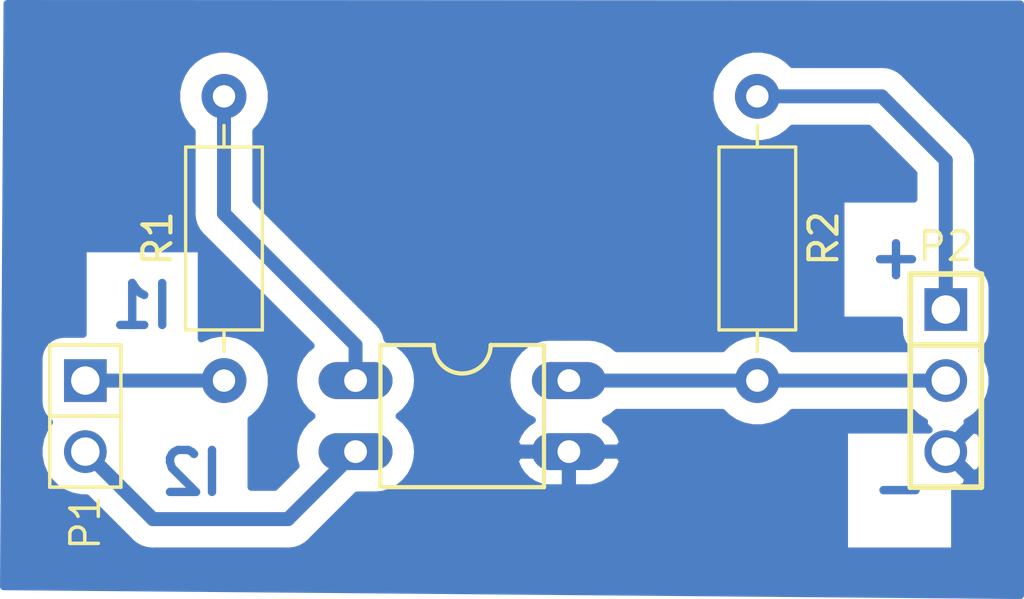
<source format=kicad_pcb>
(kicad_pcb (version 20171130) (host pcbnew "(5.1.9)-1")

  (general
    (thickness 1.6)
    (drawings 4)
    (tracks 13)
    (zones 0)
    (modules 5)
    (nets 7)
  )

  (page A4)
  (layers
    (0 F.Cu signal hide)
    (31 B.Cu signal)
    (32 B.Adhes user hide)
    (33 F.Adhes user hide)
    (34 B.Paste user hide)
    (35 F.Paste user hide)
    (36 B.SilkS user hide)
    (37 F.SilkS user)
    (38 B.Mask user hide)
    (39 F.Mask user hide)
    (40 Dwgs.User user hide)
    (41 Cmts.User user hide)
    (42 Eco1.User user hide)
    (43 Eco2.User user hide)
    (44 Edge.Cuts user)
    (45 Margin user)
    (46 B.CrtYd user)
    (47 F.CrtYd user)
    (48 B.Fab user hide)
    (49 F.Fab user hide)
  )

  (setup
    (last_trace_width 0.25)
    (user_trace_width 0.5)
    (trace_clearance 0.2)
    (zone_clearance 0.762)
    (zone_45_only no)
    (trace_min 0.2)
    (via_size 0.8)
    (via_drill 0.4)
    (via_min_size 0.4)
    (via_min_drill 0.3)
    (uvia_size 0.3)
    (uvia_drill 0.1)
    (uvias_allowed no)
    (uvia_min_size 0.2)
    (uvia_min_drill 0.1)
    (edge_width 0.05)
    (segment_width 0.2)
    (pcb_text_width 0.3)
    (pcb_text_size 1.5 1.5)
    (mod_edge_width 0.12)
    (mod_text_size 1 1)
    (mod_text_width 0.15)
    (pad_size 1.524 1.524)
    (pad_drill 0.762)
    (pad_to_mask_clearance 0)
    (aux_axis_origin 0 0)
    (visible_elements 7FFFFFFF)
    (pcbplotparams
      (layerselection 0x010fc_ffffffff)
      (usegerberextensions false)
      (usegerberattributes true)
      (usegerberadvancedattributes true)
      (creategerberjobfile true)
      (excludeedgelayer true)
      (linewidth 0.100000)
      (plotframeref false)
      (viasonmask false)
      (mode 1)
      (useauxorigin false)
      (hpglpennumber 1)
      (hpglpenspeed 20)
      (hpglpendiameter 15.000000)
      (psnegative false)
      (psa4output false)
      (plotreference true)
      (plotvalue true)
      (plotinvisibletext false)
      (padsonsilk false)
      (subtractmaskfromsilk false)
      (outputformat 1)
      (mirror false)
      (drillshape 1)
      (scaleselection 1)
      (outputdirectory ""))
  )

  (net 0 "")
  (net 1 "Net-(OK1-Pad1)")
  (net 2 "Net-(OK1-Pad2)")
  (net 3 "Net-(OK1-Pad4)")
  (net 4 "Net-(P1-Pad1)")
  (net 5 /GND)
  (net 6 /3V3)

  (net_class Default "This is the default net class."
    (clearance 0.2)
    (trace_width 0.25)
    (via_dia 0.8)
    (via_drill 0.4)
    (uvia_dia 0.3)
    (uvia_drill 0.1)
    (add_net /3V3)
    (add_net /GND)
    (add_net "Net-(OK1-Pad1)")
    (add_net "Net-(OK1-Pad2)")
    (add_net "Net-(OK1-Pad4)")
    (add_net "Net-(P1-Pad1)")
  )

  (module PC814:DIL04 (layer F.Cu) (tedit 60227CC4) (tstamp 602569D9)
    (at 103.505 135.001 270)
    (descr "<b>Dual In Line Package</b>")
    (path /60258C89)
    (fp_text reference OK1 (at -0.127 -0.254 270) (layer F.SilkS) hide
      (effects (font (size 1.000126 1.000126) (thickness 0.015)))
    )
    (fp_text value PC814 (at 3.559965 -0.254275 270) (layer F.Fab)
      (effects (font (size 1.00111 1.00111) (thickness 0.015)))
    )
    (fp_line (start -2.54 2.921) (end -2.54 1.016) (layer F.SilkS) (width 0.1524))
    (fp_line (start -2.54 -2.921) (end -2.54 -1.016) (layer F.SilkS) (width 0.1524))
    (fp_line (start 2.54 -2.921) (end 2.54 2.921) (layer F.SilkS) (width 0.1524))
    (fp_line (start -2.54 2.921) (end 2.54 2.921) (layer F.SilkS) (width 0.1524))
    (fp_line (start 2.54 -2.921) (end -2.54 -2.921) (layer F.SilkS) (width 0.1524))
    (fp_arc (start -2.54 0) (end -2.54 1.016) (angle -180) (layer F.SilkS) (width 0.1524))
    (pad 1 thru_hole oval (at -1.27 3.81 270) (size 1.3208 2.6416) (drill 0.8128) (layers *.Cu *.Mask)
      (net 1 "Net-(OK1-Pad1)"))
    (pad 2 thru_hole oval (at 1.27 3.81 270) (size 1.3208 2.6416) (drill 0.8128) (layers *.Cu *.Mask)
      (net 2 "Net-(OK1-Pad2)"))
    (pad 3 thru_hole oval (at 1.27 -3.81 270) (size 1.3208 2.6416) (drill 0.8128) (layers *.Cu *.Mask)
      (net 5 /GND))
    (pad 4 thru_hole oval (at -1.27 -3.81 270) (size 1.3208 2.6416) (drill 0.8128) (layers *.Cu *.Mask)
      (net 3 "Net-(OK1-Pad4)"))
  )

  (module Header:HEADER_M_2.54MM_1R2P_ST_AU_PTH (layer F.Cu) (tedit 5E3B7C46) (tstamp 60256F49)
    (at 90.043 135.001 270)
    (tags Header)
    (path /6025BE47)
    (fp_text reference P1 (at 3.8 0 90) (layer F.SilkS)
      (effects (font (size 1.016 1.016) (thickness 0.127)))
    )
    (fp_text value H1 (at 0 -2.159 90) (layer F.SilkS) hide
      (effects (font (size 1.016 1.016) (thickness 0.127)))
    )
    (fp_line (start 2.54 -1.27) (end 2.54 1.27) (layer F.CrtYd) (width 0.127))
    (fp_line (start 2.54 1.27) (end -2.54 1.27) (layer F.CrtYd) (width 0.127))
    (fp_line (start -2.54 1.27) (end -2.54 -1.27) (layer F.CrtYd) (width 0.127))
    (fp_line (start -2.54 -1.27) (end 2.54 -1.27) (layer F.CrtYd) (width 0.127))
    (fp_line (start -2.54 1.27) (end -2.54 -1.27) (layer F.Fab) (width 0.127))
    (fp_line (start 2.54 1.27) (end -2.54 1.27) (layer F.Fab) (width 0.127))
    (fp_line (start 2.54 -1.27) (end 2.54 1.27) (layer F.Fab) (width 0.127))
    (fp_line (start -2.54 -1.27) (end 2.54 -1.27) (layer F.Fab) (width 0.127))
    (fp_line (start 0 -1.27) (end 0 1.27) (layer F.SilkS) (width 0.127))
    (fp_line (start -2.54 1.27) (end -2.54 -1.27) (layer F.SilkS) (width 0.127))
    (fp_line (start -2.54 -1.27) (end 0 -1.27) (layer F.SilkS) (width 0.127))
    (fp_line (start -2.54 1.27) (end 0 1.27) (layer F.SilkS) (width 0.127))
    (fp_line (start 0 1.27) (end 2.54 1.27) (layer F.SilkS) (width 0.127))
    (fp_line (start 0 -1.27) (end 2.54 -1.27) (layer F.SilkS) (width 0.127))
    (fp_line (start 2.54 -1.27) (end 2.54 1.27) (layer F.SilkS) (width 0.127))
    (fp_text user %R (at 0 0 90) (layer F.Fab)
      (effects (font (size 1.016 1.016) (thickness 0.127)))
    )
    (pad 2 thru_hole circle (at 1.27 0 270) (size 1.524 1.524) (drill 1.016) (layers *.Cu *.Mask)
      (net 2 "Net-(OK1-Pad2)"))
    (pad 1 thru_hole rect (at -1.27 0 270) (size 1.524 1.524) (drill 1.016) (layers *.Cu *.Mask)
      (net 4 "Net-(P1-Pad1)"))
    (model ${CASCO_LOGIX_KISYS3DMOD}/Headers/STEP/HEADER_M_2.54MM_1R2P_ST_AU_PTH.step
      (at (xyz 0 0 0))
      (scale (xyz 1 1 1))
      (rotate (xyz 0 0 0))
    )
  )

  (module Header:HEADER_M_2.54MM_1R3P_ST_AU_PTH (layer F.Cu) (tedit 5E3B7CD3) (tstamp 60256D6F)
    (at 120.777 133.731 270)
    (tags Header)
    (path /6025DB5C)
    (fp_text reference P2 (at -4.8 0) (layer F.SilkS)
      (effects (font (size 1.016 1.016) (thickness 0.127)))
    )
    (fp_text value H2 (at 0 -2.159 90) (layer F.SilkS) hide
      (effects (font (size 1.016 1.016) (thickness 0.127)))
    )
    (fp_line (start -1.27 -1.27) (end -1.27 1.27) (layer F.SilkS) (width 0.2032))
    (fp_line (start -3.81 -1.27) (end -3.81 1.27) (layer F.SilkS) (width 0.2032))
    (fp_line (start -3.81 1.27) (end 3.81 1.27) (layer F.SilkS) (width 0.2032))
    (fp_line (start 3.81 1.27) (end 3.81 -1.27) (layer F.SilkS) (width 0.2032))
    (fp_line (start 3.81 -1.27) (end -3.81 -1.27) (layer F.SilkS) (width 0.2032))
    (fp_line (start -3.81 -1.27) (end 3.81 -1.27) (layer F.Fab) (width 0.127))
    (fp_line (start 3.81 -1.27) (end 3.81 1.27) (layer F.Fab) (width 0.127))
    (fp_line (start 3.81 1.27) (end -3.81 1.27) (layer F.Fab) (width 0.127))
    (fp_line (start -3.81 1.27) (end -3.81 -1.27) (layer F.Fab) (width 0.127))
    (fp_line (start -3.81 -1.27) (end 3.81 -1.27) (layer F.CrtYd) (width 0.127))
    (fp_line (start 3.81 -1.27) (end 3.81 1.27) (layer F.CrtYd) (width 0.127))
    (fp_line (start 3.81 1.27) (end -3.81 1.27) (layer F.CrtYd) (width 0.127))
    (fp_line (start -3.81 1.27) (end -3.81 -1.27) (layer F.CrtYd) (width 0.127))
    (fp_text user %R (at 0 0 90) (layer F.Fab)
      (effects (font (size 1.016 1.016) (thickness 0.127)))
    )
    (pad 1 thru_hole rect (at -2.54 0 270) (size 1.524 1.524) (drill 1.016) (layers *.Cu *.Mask)
      (net 6 /3V3))
    (pad 2 thru_hole circle (at 0 0 270) (size 1.524 1.524) (drill 1.016) (layers *.Cu *.Mask)
      (net 3 "Net-(OK1-Pad4)"))
    (pad 3 thru_hole circle (at 2.54 0 270) (size 1.524 1.524) (drill 1.016) (layers *.Cu *.Mask)
      (net 5 /GND))
    (model ${CASCO_LOGIX_KISYS3DMOD}/Headers/STEP/HEADER_M_2.54MM_1R3P_ST_AU_PTH.step
      (at (xyz 0 0 0))
      (scale (xyz 1 1 1))
      (rotate (xyz 0 0 0))
    )
  )

  (module Resistor_THT:R_Axial_DIN0207_L6.3mm_D2.5mm_P10.16mm_Horizontal (layer F.Cu) (tedit 5AE5139B) (tstamp 60256A1B)
    (at 94.996 133.731 90)
    (descr "Resistor, Axial_DIN0207 series, Axial, Horizontal, pin pitch=10.16mm, 0.25W = 1/4W, length*diameter=6.3*2.5mm^2, http://cdn-reichelt.de/documents/datenblatt/B400/1_4W%23YAG.pdf")
    (tags "Resistor Axial_DIN0207 series Axial Horizontal pin pitch 10.16mm 0.25W = 1/4W length 6.3mm diameter 2.5mm")
    (path /6025AB7B)
    (fp_text reference R1 (at 5.08 -2.37 90) (layer F.SilkS)
      (effects (font (size 1 1) (thickness 0.15)))
    )
    (fp_text value R (at 5.08 2.37 90) (layer F.Fab)
      (effects (font (size 1 1) (thickness 0.15)))
    )
    (fp_line (start 11.21 -1.5) (end -1.05 -1.5) (layer F.CrtYd) (width 0.05))
    (fp_line (start 11.21 1.5) (end 11.21 -1.5) (layer F.CrtYd) (width 0.05))
    (fp_line (start -1.05 1.5) (end 11.21 1.5) (layer F.CrtYd) (width 0.05))
    (fp_line (start -1.05 -1.5) (end -1.05 1.5) (layer F.CrtYd) (width 0.05))
    (fp_line (start 9.12 0) (end 8.35 0) (layer F.SilkS) (width 0.12))
    (fp_line (start 1.04 0) (end 1.81 0) (layer F.SilkS) (width 0.12))
    (fp_line (start 8.35 -1.37) (end 1.81 -1.37) (layer F.SilkS) (width 0.12))
    (fp_line (start 8.35 1.37) (end 8.35 -1.37) (layer F.SilkS) (width 0.12))
    (fp_line (start 1.81 1.37) (end 8.35 1.37) (layer F.SilkS) (width 0.12))
    (fp_line (start 1.81 -1.37) (end 1.81 1.37) (layer F.SilkS) (width 0.12))
    (fp_line (start 10.16 0) (end 8.23 0) (layer F.Fab) (width 0.1))
    (fp_line (start 0 0) (end 1.93 0) (layer F.Fab) (width 0.1))
    (fp_line (start 8.23 -1.25) (end 1.93 -1.25) (layer F.Fab) (width 0.1))
    (fp_line (start 8.23 1.25) (end 8.23 -1.25) (layer F.Fab) (width 0.1))
    (fp_line (start 1.93 1.25) (end 8.23 1.25) (layer F.Fab) (width 0.1))
    (fp_line (start 1.93 -1.25) (end 1.93 1.25) (layer F.Fab) (width 0.1))
    (fp_text user %R (at 5.08 0 90) (layer F.Fab)
      (effects (font (size 1 1) (thickness 0.15)))
    )
    (pad 1 thru_hole circle (at 0 0 90) (size 1.6 1.6) (drill 0.8) (layers *.Cu *.Mask)
      (net 4 "Net-(P1-Pad1)"))
    (pad 2 thru_hole oval (at 10.16 0 90) (size 1.6 1.6) (drill 0.8) (layers *.Cu *.Mask)
      (net 1 "Net-(OK1-Pad1)"))
    (model ${KISYS3DMOD}/Resistor_THT.3dshapes/R_Axial_DIN0207_L6.3mm_D2.5mm_P10.16mm_Horizontal.wrl
      (at (xyz 0 0 0))
      (scale (xyz 1 1 1))
      (rotate (xyz 0 0 0))
    )
  )

  (module Resistor_THT:R_Axial_DIN0207_L6.3mm_D2.5mm_P10.16mm_Horizontal (layer F.Cu) (tedit 5AE5139B) (tstamp 60256C6B)
    (at 114.046 123.571 270)
    (descr "Resistor, Axial_DIN0207 series, Axial, Horizontal, pin pitch=10.16mm, 0.25W = 1/4W, length*diameter=6.3*2.5mm^2, http://cdn-reichelt.de/documents/datenblatt/B400/1_4W%23YAG.pdf")
    (tags "Resistor Axial_DIN0207 series Axial Horizontal pin pitch 10.16mm 0.25W = 1/4W length 6.3mm diameter 2.5mm")
    (path /6025B430)
    (fp_text reference R2 (at 5.08 -2.37 90) (layer F.SilkS)
      (effects (font (size 1 1) (thickness 0.15)))
    )
    (fp_text value R (at 5.08 2.37 90) (layer F.Fab)
      (effects (font (size 1 1) (thickness 0.15)))
    )
    (fp_line (start 1.93 -1.25) (end 1.93 1.25) (layer F.Fab) (width 0.1))
    (fp_line (start 1.93 1.25) (end 8.23 1.25) (layer F.Fab) (width 0.1))
    (fp_line (start 8.23 1.25) (end 8.23 -1.25) (layer F.Fab) (width 0.1))
    (fp_line (start 8.23 -1.25) (end 1.93 -1.25) (layer F.Fab) (width 0.1))
    (fp_line (start 0 0) (end 1.93 0) (layer F.Fab) (width 0.1))
    (fp_line (start 10.16 0) (end 8.23 0) (layer F.Fab) (width 0.1))
    (fp_line (start 1.81 -1.37) (end 1.81 1.37) (layer F.SilkS) (width 0.12))
    (fp_line (start 1.81 1.37) (end 8.35 1.37) (layer F.SilkS) (width 0.12))
    (fp_line (start 8.35 1.37) (end 8.35 -1.37) (layer F.SilkS) (width 0.12))
    (fp_line (start 8.35 -1.37) (end 1.81 -1.37) (layer F.SilkS) (width 0.12))
    (fp_line (start 1.04 0) (end 1.81 0) (layer F.SilkS) (width 0.12))
    (fp_line (start 9.12 0) (end 8.35 0) (layer F.SilkS) (width 0.12))
    (fp_line (start -1.05 -1.5) (end -1.05 1.5) (layer F.CrtYd) (width 0.05))
    (fp_line (start -1.05 1.5) (end 11.21 1.5) (layer F.CrtYd) (width 0.05))
    (fp_line (start 11.21 1.5) (end 11.21 -1.5) (layer F.CrtYd) (width 0.05))
    (fp_line (start 11.21 -1.5) (end -1.05 -1.5) (layer F.CrtYd) (width 0.05))
    (fp_text user %R (at 5.08 0 90) (layer F.Fab)
      (effects (font (size 1 1) (thickness 0.15)))
    )
    (pad 2 thru_hole oval (at 10.16 0 270) (size 1.6 1.6) (drill 0.8) (layers *.Cu *.Mask)
      (net 3 "Net-(OK1-Pad4)"))
    (pad 1 thru_hole circle (at 0 0 270) (size 1.6 1.6) (drill 0.8) (layers *.Cu *.Mask)
      (net 6 /3V3))
    (model ${KISYS3DMOD}/Resistor_THT.3dshapes/R_Axial_DIN0207_L6.3mm_D2.5mm_P10.16mm_Horizontal.wrl
      (at (xyz 0 0 0))
      (scale (xyz 1 1 1))
      (rotate (xyz 0 0 0))
    )
  )

  (gr_text - (at 119.126 137.541) (layer B.Cu)
    (effects (font (size 1.5 1.5) (thickness 0.3)) (justify mirror))
  )
  (gr_text + (at 118.999 129.286) (layer B.Cu)
    (effects (font (size 1.5 1.5) (thickness 0.3)) (justify mirror))
  )
  (gr_text I2 (at 93.853 137.033) (layer B.Cu)
    (effects (font (size 1.5 1.5) (thickness 0.3)) (justify mirror))
  )
  (gr_text I1 (at 92.075 131.064) (layer B.Cu)
    (effects (font (size 1.5 1.5) (thickness 0.3)) (justify mirror))
  )

  (segment (start 94.996 123.571) (end 94.996 127.762) (width 0.5) (layer B.Cu) (net 1))
  (segment (start 99.695 132.461) (end 99.695 133.731) (width 0.5) (layer B.Cu) (net 1))
  (segment (start 94.996 127.762) (end 99.695 132.461) (width 0.5) (layer B.Cu) (net 1))
  (segment (start 90.043 136.271) (end 92.456 138.684) (width 0.5) (layer B.Cu) (net 2))
  (segment (start 97.282 138.684) (end 99.695 136.271) (width 0.5) (layer B.Cu) (net 2))
  (segment (start 96.901 138.684) (end 97.282 138.684) (width 0.5) (layer B.Cu) (net 2))
  (segment (start 92.456 138.684) (end 96.901 138.684) (width 0.5) (layer B.Cu) (net 2))
  (segment (start 107.315 133.731) (end 114.046 133.731) (width 0.5) (layer B.Cu) (net 3))
  (segment (start 120.777 133.731) (end 114.046 133.731) (width 0.5) (layer B.Cu) (net 3))
  (segment (start 90.043 133.731) (end 94.996 133.731) (width 0.5) (layer B.Cu) (net 4))
  (segment (start 120.777 131.191) (end 120.777 125.857) (width 0.5) (layer B.Cu) (net 6))
  (segment (start 118.491 123.571) (end 114.046 123.571) (width 0.5) (layer B.Cu) (net 6))
  (segment (start 120.777 125.857) (end 118.491 123.571) (width 0.5) (layer B.Cu) (net 6))

  (zone (net 5) (net_name /GND) (layer B.Cu) (tstamp 0) (hatch edge 0.508)
    (connect_pads (clearance 0.762))
    (min_thickness 0.254)
    (fill yes (arc_segments 32) (thermal_gap 0.508) (thermal_bridge_width 0.508))
    (polygon
      (pts
        (xy 123.571 120.142) (xy 123.571 141.5415) (xy 86.995 141.224) (xy 87.122 120.126125)
      )
    )
    (filled_polygon
      (pts
        (xy 123.444 120.268945) (xy 123.444 141.413393) (xy 87.12276 141.098104) (xy 87.171693 132.969) (xy 88.387699 132.969)
        (xy 88.387699 134.493) (xy 88.404864 134.667274) (xy 88.455697 134.834851) (xy 88.538247 134.989291) (xy 88.649341 135.124659)
        (xy 88.76201 135.217124) (xy 88.760585 135.218549) (xy 88.579903 135.488958) (xy 88.455447 135.789421) (xy 88.392 136.108391)
        (xy 88.392 136.433609) (xy 88.455447 136.752579) (xy 88.579903 137.053042) (xy 88.760585 137.323451) (xy 88.990549 137.553415)
        (xy 89.260958 137.734097) (xy 89.561421 137.858553) (xy 89.880391 137.922) (xy 90.083212 137.922) (xy 91.611043 139.449832)
        (xy 91.646709 139.493291) (xy 91.690168 139.528957) (xy 91.690171 139.52896) (xy 91.820143 139.635626) (xy 91.925907 139.692157)
        (xy 92.018015 139.74139) (xy 92.232717 139.80652) (xy 92.400045 139.823) (xy 92.400054 139.823) (xy 92.455999 139.82851)
        (xy 92.511944 139.823) (xy 97.226055 139.823) (xy 97.282 139.82851) (xy 97.337945 139.823) (xy 97.337955 139.823)
        (xy 97.505283 139.80652) (xy 97.719985 139.74139) (xy 97.917856 139.635626) (xy 98.091291 139.493291) (xy 98.126962 139.449826)
        (xy 99.756389 137.8204) (xy 100.431509 137.8204) (xy 100.659135 137.797981) (xy 100.951198 137.709384) (xy 101.220365 137.565512)
        (xy 101.456292 137.371892) (xy 101.649912 137.135965) (xy 101.793784 136.866798) (xy 101.875291 136.598105) (xy 105.40118 136.598105)
        (xy 105.409205 136.649395) (xy 105.506956 136.885089) (xy 105.648811 137.097184) (xy 105.829317 137.277529) (xy 106.041539 137.419193)
        (xy 106.27732 137.516733) (xy 106.5276 137.5664) (xy 107.188 137.5664) (xy 107.188 136.398) (xy 107.442 136.398)
        (xy 107.442 137.5664) (xy 108.1024 137.5664) (xy 108.35268 137.516733) (xy 108.588461 137.419193) (xy 108.800683 137.277529)
        (xy 108.981189 137.097184) (xy 109.123044 136.885089) (xy 109.220795 136.649395) (xy 109.22882 136.598105) (xy 109.104933 136.398)
        (xy 107.442 136.398) (xy 107.188 136.398) (xy 105.525067 136.398) (xy 105.40118 136.598105) (xy 101.875291 136.598105)
        (xy 101.882381 136.574735) (xy 101.912296 136.271) (xy 101.882381 135.967265) (xy 101.793784 135.675202) (xy 101.649912 135.406035)
        (xy 101.456292 135.170108) (xy 101.250233 135.001) (xy 101.456292 134.831892) (xy 101.649912 134.595965) (xy 101.793784 134.326798)
        (xy 101.882381 134.034735) (xy 101.912296 133.731) (xy 105.097704 133.731) (xy 105.127619 134.034735) (xy 105.216216 134.326798)
        (xy 105.360088 134.595965) (xy 105.553708 134.831892) (xy 105.789635 135.025512) (xy 106.010467 135.143548) (xy 105.829317 135.264471)
        (xy 105.648811 135.444816) (xy 105.506956 135.656911) (xy 105.409205 135.892605) (xy 105.40118 135.943895) (xy 105.525067 136.144)
        (xy 107.188 136.144) (xy 107.188 136.124) (xy 107.442 136.124) (xy 107.442 136.144) (xy 109.104933 136.144)
        (xy 109.22882 135.943895) (xy 109.220795 135.892605) (xy 109.123044 135.656911) (xy 108.981189 135.444816) (xy 108.800683 135.264471)
        (xy 108.619533 135.143548) (xy 108.840365 135.025512) (xy 109.029857 134.87) (xy 112.796393 134.87) (xy 112.969325 135.042932)
        (xy 113.245959 135.227772) (xy 113.553337 135.355092) (xy 113.879648 135.42) (xy 114.212352 135.42) (xy 114.538663 135.355092)
        (xy 114.846041 135.227772) (xy 115.122675 135.042932) (xy 115.295607 134.87) (xy 119.581134 134.87) (xy 119.724549 135.013415)
        (xy 119.994958 135.194097) (xy 120.019289 135.204175) (xy 119.99104 135.305435) (xy 120.182605 135.497) (xy 119.823395 135.497)
        (xy 119.811435 135.48504) (xy 119.768564 135.497) (xy 117.158429 135.497) (xy 117.158429 139.825) (xy 121.093572 139.825)
        (xy 121.093572 137.636073) (xy 121.121133 137.631922) (xy 121.380023 137.538636) (xy 121.49598 137.476656) (xy 121.56296 137.236565)
        (xy 121.093572 136.767177) (xy 121.093572 136.407967) (xy 121.742565 137.05696) (xy 121.982656 136.98998) (xy 122.099756 136.740952)
        (xy 122.166023 136.473865) (xy 122.17891 136.198983) (xy 122.137922 135.926867) (xy 122.044636 135.667977) (xy 121.982656 135.55202)
        (xy 121.742565 135.48504) (xy 121.093572 136.134033) (xy 121.093572 135.774823) (xy 121.56296 135.305435) (xy 121.534711 135.204175)
        (xy 121.559042 135.194097) (xy 121.829451 135.013415) (xy 122.059415 134.783451) (xy 122.240097 134.513042) (xy 122.364553 134.212579)
        (xy 122.428 133.893609) (xy 122.428 133.568391) (xy 122.364553 133.249421) (xy 122.240097 132.948958) (xy 122.059415 132.678549)
        (xy 122.05799 132.677124) (xy 122.170659 132.584659) (xy 122.281753 132.449291) (xy 122.364303 132.294851) (xy 122.415136 132.127274)
        (xy 122.432301 131.953) (xy 122.432301 130.429) (xy 122.415136 130.254726) (xy 122.364303 130.087149) (xy 122.281753 129.932709)
        (xy 122.170659 129.797341) (xy 122.035291 129.686247) (xy 121.916 129.622485) (xy 121.916 125.912944) (xy 121.92151 125.856999)
        (xy 121.916 125.801054) (xy 121.916 125.801045) (xy 121.89952 125.633717) (xy 121.83439 125.419015) (xy 121.749395 125.26)
        (xy 121.728626 125.221143) (xy 121.62196 125.091171) (xy 121.621957 125.091168) (xy 121.586291 125.047709) (xy 121.542832 125.012043)
        (xy 119.335962 122.805174) (xy 119.300291 122.761709) (xy 119.126856 122.619374) (xy 118.928985 122.51361) (xy 118.714283 122.44848)
        (xy 118.546955 122.432) (xy 118.546945 122.432) (xy 118.491 122.42649) (xy 118.435055 122.432) (xy 115.295607 122.432)
        (xy 115.122675 122.259068) (xy 114.846041 122.074228) (xy 114.538663 121.946908) (xy 114.212352 121.882) (xy 113.879648 121.882)
        (xy 113.553337 121.946908) (xy 113.245959 122.074228) (xy 112.969325 122.259068) (xy 112.734068 122.494325) (xy 112.549228 122.770959)
        (xy 112.421908 123.078337) (xy 112.357 123.404648) (xy 112.357 123.737352) (xy 112.421908 124.063663) (xy 112.549228 124.371041)
        (xy 112.734068 124.647675) (xy 112.969325 124.882932) (xy 113.245959 125.067772) (xy 113.553337 125.195092) (xy 113.879648 125.26)
        (xy 114.212352 125.26) (xy 114.538663 125.195092) (xy 114.846041 125.067772) (xy 115.122675 124.882932) (xy 115.295607 124.71)
        (xy 118.019212 124.71) (xy 119.638001 126.32879) (xy 119.638001 127.242) (xy 117.031429 127.242) (xy 117.031429 131.57)
        (xy 119.121699 131.57) (xy 119.121699 131.953) (xy 119.138864 132.127274) (xy 119.189697 132.294851) (xy 119.272247 132.449291)
        (xy 119.383341 132.584659) (xy 119.392286 132.592) (xy 115.295607 132.592) (xy 115.122675 132.419068) (xy 114.846041 132.234228)
        (xy 114.538663 132.106908) (xy 114.212352 132.042) (xy 113.879648 132.042) (xy 113.553337 132.106908) (xy 113.245959 132.234228)
        (xy 112.969325 132.419068) (xy 112.796393 132.592) (xy 109.029857 132.592) (xy 108.840365 132.436488) (xy 108.571198 132.292616)
        (xy 108.279135 132.204019) (xy 108.051509 132.1816) (xy 106.578491 132.1816) (xy 106.350865 132.204019) (xy 106.058802 132.292616)
        (xy 105.789635 132.436488) (xy 105.553708 132.630108) (xy 105.360088 132.866035) (xy 105.216216 133.135202) (xy 105.127619 133.427265)
        (xy 105.097704 133.731) (xy 101.912296 133.731) (xy 101.882381 133.427265) (xy 101.793784 133.135202) (xy 101.649912 132.866035)
        (xy 101.456292 132.630108) (xy 101.220365 132.436488) (xy 100.951198 132.292616) (xy 100.818977 132.252507) (xy 100.81752 132.237717)
        (xy 100.758149 132.042) (xy 100.75239 132.023014) (xy 100.646626 131.825143) (xy 100.539961 131.695171) (xy 100.539953 131.695163)
        (xy 100.504291 131.651709) (xy 100.460838 131.616048) (xy 96.135 127.290212) (xy 96.135 124.820607) (xy 96.307932 124.647675)
        (xy 96.492772 124.371041) (xy 96.620092 124.063663) (xy 96.685 123.737352) (xy 96.685 123.404648) (xy 96.620092 123.078337)
        (xy 96.492772 122.770959) (xy 96.307932 122.494325) (xy 96.072675 122.259068) (xy 95.796041 122.074228) (xy 95.488663 121.946908)
        (xy 95.162352 121.882) (xy 94.829648 121.882) (xy 94.503337 121.946908) (xy 94.195959 122.074228) (xy 93.919325 122.259068)
        (xy 93.684068 122.494325) (xy 93.499228 122.770959) (xy 93.371908 123.078337) (xy 93.307 123.404648) (xy 93.307 123.737352)
        (xy 93.371908 124.063663) (xy 93.499228 124.371041) (xy 93.684068 124.647675) (xy 93.857 124.820607) (xy 93.857001 127.706045)
        (xy 93.85149 127.762) (xy 93.873481 127.985283) (xy 93.938611 128.199985) (xy 94.044374 128.397856) (xy 94.15104 128.527828)
        (xy 94.151044 128.527832) (xy 94.18671 128.571291) (xy 94.230169 128.606957) (xy 98.109253 132.486042) (xy 97.933708 132.630108)
        (xy 97.740088 132.866035) (xy 97.596216 133.135202) (xy 97.507619 133.427265) (xy 97.477704 133.731) (xy 97.507619 134.034735)
        (xy 97.596216 134.326798) (xy 97.740088 134.595965) (xy 97.933708 134.831892) (xy 98.139767 135.001) (xy 97.933708 135.170108)
        (xy 97.740088 135.406035) (xy 97.596216 135.675202) (xy 97.507619 135.967265) (xy 97.477704 136.271) (xy 97.507619 136.574735)
        (xy 97.571125 136.784086) (xy 96.810212 137.545) (xy 95.963429 137.545) (xy 95.963429 135.115927) (xy 96.072675 135.042932)
        (xy 96.307932 134.807675) (xy 96.492772 134.531041) (xy 96.620092 134.223663) (xy 96.685 133.897352) (xy 96.685 133.564648)
        (xy 96.620092 133.238337) (xy 96.492772 132.930959) (xy 96.307932 132.654325) (xy 96.072675 132.419068) (xy 95.796041 132.234228)
        (xy 95.488663 132.106908) (xy 95.162352 132.042) (xy 94.829648 132.042) (xy 94.503337 132.106908) (xy 94.195959 132.234228)
        (xy 94.185429 132.241264) (xy 94.185429 129.02) (xy 89.964572 129.02) (xy 89.964572 132.075699) (xy 89.281 132.075699)
        (xy 89.106726 132.092864) (xy 88.939149 132.143697) (xy 88.784709 132.226247) (xy 88.649341 132.337341) (xy 88.538247 132.472709)
        (xy 88.455697 132.627149) (xy 88.404864 132.794726) (xy 88.387699 132.969) (xy 87.171693 132.969) (xy 87.248238 120.25318)
      )
    )
  )
)

</source>
